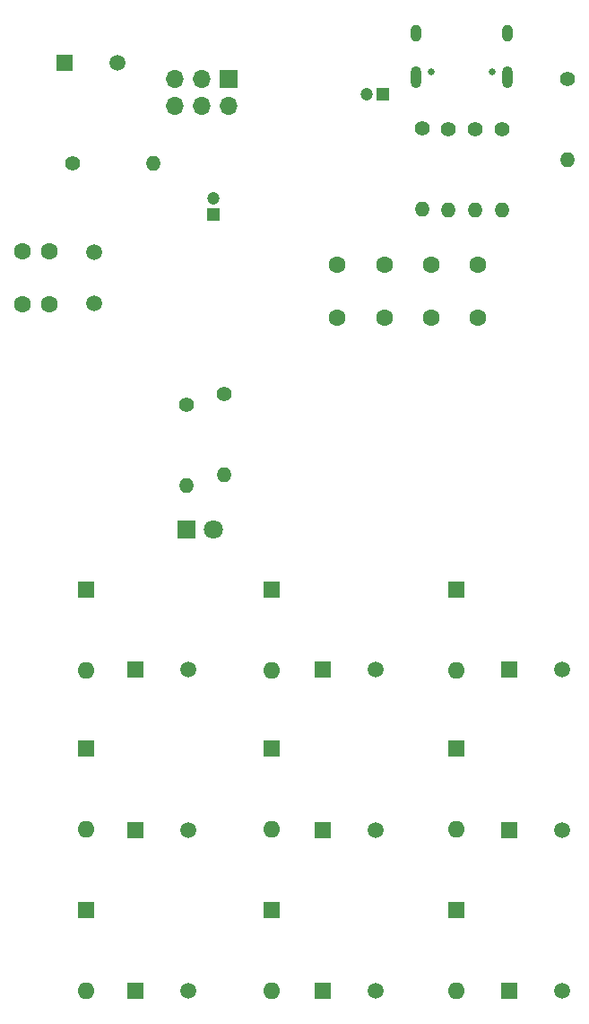
<source format=gbs>
G04 #@! TF.GenerationSoftware,KiCad,Pcbnew,(6.0.8)*
G04 #@! TF.CreationDate,2023-03-12T22:57:18+11:00*
G04 #@! TF.ProjectId,test_microcontroller,74657374-5f6d-4696-9372-6f636f6e7472,rev?*
G04 #@! TF.SameCoordinates,Original*
G04 #@! TF.FileFunction,Soldermask,Bot*
G04 #@! TF.FilePolarity,Negative*
%FSLAX46Y46*%
G04 Gerber Fmt 4.6, Leading zero omitted, Abs format (unit mm)*
G04 Created by KiCad (PCBNEW (6.0.8)) date 2023-03-12 22:57:18*
%MOMM*%
%LPD*%
G01*
G04 APERTURE LIST*
%ADD10R,1.600000X1.600000*%
%ADD11O,1.600000X1.600000*%
%ADD12R,1.508000X1.508000*%
%ADD13C,1.508000*%
%ADD14C,1.600000*%
%ADD15C,1.400000*%
%ADD16O,1.400000X1.400000*%
%ADD17R,1.200000X1.200000*%
%ADD18C,1.200000*%
%ADD19R,1.700000X1.700000*%
%ADD20O,1.700000X1.700000*%
%ADD21C,0.650000*%
%ADD22O,1.000000X1.600000*%
%ADD23O,1.000000X2.100000*%
%ADD24R,1.800000X1.800000*%
%ADD25C,1.800000*%
%ADD26C,1.500000*%
G04 APERTURE END LIST*
D10*
X43500000Y-74690000D03*
D11*
X43500000Y-82310000D03*
D12*
X65821850Y-97375000D03*
D13*
X70825650Y-97375000D03*
D12*
X83498100Y-97375000D03*
D13*
X88501900Y-97375000D03*
D12*
X65821850Y-82250000D03*
D13*
X70825650Y-82250000D03*
D12*
X65821850Y-112500000D03*
D13*
X70825650Y-112500000D03*
D14*
X37500000Y-47750000D03*
X40000000Y-47750000D03*
D10*
X61000000Y-74690000D03*
D11*
X61000000Y-82310000D03*
D15*
X89000000Y-26500000D03*
D16*
X89000000Y-34120000D03*
D14*
X80500000Y-44000000D03*
X80500000Y-49000000D03*
D17*
X55500000Y-39250000D03*
D18*
X55500000Y-37750000D03*
D19*
X57000000Y-26500000D03*
D20*
X57000000Y-29040000D03*
X54460000Y-26500000D03*
X54460000Y-29040000D03*
X51920000Y-26500000D03*
X51920000Y-29040000D03*
D15*
X42250000Y-34500000D03*
D16*
X49870000Y-34500000D03*
D14*
X71666668Y-44000000D03*
X71666668Y-49000000D03*
D15*
X80250000Y-31210000D03*
D16*
X80250000Y-38830000D03*
D21*
X76110000Y-25810000D03*
X81890000Y-25810000D03*
D22*
X74680000Y-22160000D03*
X83320000Y-22160000D03*
D23*
X83320000Y-26340000D03*
X74680000Y-26340000D03*
D10*
X78500000Y-104940000D03*
D11*
X78500000Y-112560000D03*
D15*
X75250000Y-31170000D03*
D16*
X75250000Y-38790000D03*
D12*
X48145600Y-82250000D03*
D13*
X53149400Y-82250000D03*
D12*
X41498100Y-25000000D03*
D13*
X46501900Y-25000000D03*
D12*
X83498100Y-82250000D03*
D13*
X88501900Y-82250000D03*
D17*
X71500000Y-27960000D03*
D18*
X70000000Y-27960000D03*
D15*
X77750000Y-31210000D03*
D16*
X77750000Y-38830000D03*
D15*
X82750000Y-31210000D03*
D16*
X82750000Y-38830000D03*
D24*
X53000000Y-69000000D03*
D25*
X55540000Y-69000000D03*
D12*
X48145600Y-112500000D03*
D13*
X53149400Y-112500000D03*
D15*
X53000000Y-57250000D03*
D16*
X53000000Y-64870000D03*
D10*
X43500000Y-89690000D03*
D11*
X43500000Y-97310000D03*
D12*
X48145600Y-97375000D03*
D13*
X53149400Y-97375000D03*
D12*
X83498100Y-112500000D03*
D13*
X88501900Y-112500000D03*
D14*
X37500000Y-42750000D03*
X40000000Y-42750000D03*
D10*
X43500000Y-104940000D03*
D11*
X43500000Y-112560000D03*
D14*
X76083334Y-44000000D03*
X76083334Y-49000000D03*
D10*
X78500000Y-89690000D03*
D11*
X78500000Y-97310000D03*
D10*
X61000000Y-89690000D03*
D11*
X61000000Y-97310000D03*
D10*
X61000000Y-104940000D03*
D11*
X61000000Y-112560000D03*
D10*
X78500000Y-74690000D03*
D11*
X78500000Y-82310000D03*
D26*
X44250000Y-47700000D03*
X44250000Y-42820000D03*
D15*
X56500000Y-56190000D03*
D16*
X56500000Y-63810000D03*
D14*
X67250000Y-44000000D03*
X67250000Y-49000000D03*
M02*

</source>
